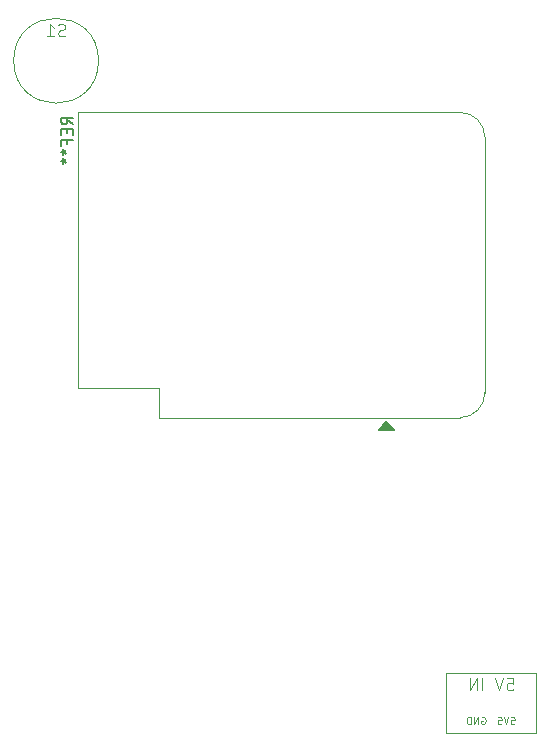
<source format=gbr>
%TF.GenerationSoftware,KiCad,Pcbnew,7.0.9+dfsg-1*%
%TF.CreationDate,2023-12-14T21:32:31+07:00*%
%TF.ProjectId,wifi,77696669-2e6b-4696-9361-645f70636258,rev?*%
%TF.SameCoordinates,Original*%
%TF.FileFunction,Legend,Bot*%
%TF.FilePolarity,Positive*%
%FSLAX46Y46*%
G04 Gerber Fmt 4.6, Leading zero omitted, Abs format (unit mm)*
G04 Created by KiCad (PCBNEW 7.0.9+dfsg-1) date 2023-12-14 21:32:31*
%MOMM*%
%LPD*%
G01*
G04 APERTURE LIST*
%ADD10C,0.150000*%
%ADD11C,0.100000*%
%ADD12C,0.120000*%
G04 APERTURE END LIST*
D10*
X139824819Y-85401666D02*
X139348628Y-85068333D01*
X139824819Y-84830238D02*
X138824819Y-84830238D01*
X138824819Y-84830238D02*
X138824819Y-85211190D01*
X138824819Y-85211190D02*
X138872438Y-85306428D01*
X138872438Y-85306428D02*
X138920057Y-85354047D01*
X138920057Y-85354047D02*
X139015295Y-85401666D01*
X139015295Y-85401666D02*
X139158152Y-85401666D01*
X139158152Y-85401666D02*
X139253390Y-85354047D01*
X139253390Y-85354047D02*
X139301009Y-85306428D01*
X139301009Y-85306428D02*
X139348628Y-85211190D01*
X139348628Y-85211190D02*
X139348628Y-84830238D01*
X139301009Y-85830238D02*
X139301009Y-86163571D01*
X139824819Y-86306428D02*
X139824819Y-85830238D01*
X139824819Y-85830238D02*
X138824819Y-85830238D01*
X138824819Y-85830238D02*
X138824819Y-86306428D01*
X139301009Y-87068333D02*
X139301009Y-86735000D01*
X139824819Y-86735000D02*
X138824819Y-86735000D01*
X138824819Y-86735000D02*
X138824819Y-87211190D01*
X138824819Y-87735000D02*
X139062914Y-87735000D01*
X138967676Y-87496905D02*
X139062914Y-87735000D01*
X139062914Y-87735000D02*
X138967676Y-87973095D01*
X139253390Y-87592143D02*
X139062914Y-87735000D01*
X139062914Y-87735000D02*
X139253390Y-87877857D01*
X138824819Y-88496905D02*
X139062914Y-88496905D01*
X138967676Y-88258810D02*
X139062914Y-88496905D01*
X139062914Y-88496905D02*
X138967676Y-88735000D01*
X139253390Y-88354048D02*
X139062914Y-88496905D01*
X139062914Y-88496905D02*
X139253390Y-88639762D01*
D11*
X176593333Y-132307419D02*
X177069523Y-132307419D01*
X177069523Y-132307419D02*
X177117142Y-132783609D01*
X177117142Y-132783609D02*
X177069523Y-132735990D01*
X177069523Y-132735990D02*
X176974285Y-132688371D01*
X176974285Y-132688371D02*
X176736190Y-132688371D01*
X176736190Y-132688371D02*
X176640952Y-132735990D01*
X176640952Y-132735990D02*
X176593333Y-132783609D01*
X176593333Y-132783609D02*
X176545714Y-132878847D01*
X176545714Y-132878847D02*
X176545714Y-133116942D01*
X176545714Y-133116942D02*
X176593333Y-133212180D01*
X176593333Y-133212180D02*
X176640952Y-133259800D01*
X176640952Y-133259800D02*
X176736190Y-133307419D01*
X176736190Y-133307419D02*
X176974285Y-133307419D01*
X176974285Y-133307419D02*
X177069523Y-133259800D01*
X177069523Y-133259800D02*
X177117142Y-133212180D01*
X176259999Y-132307419D02*
X175926666Y-133307419D01*
X175926666Y-133307419D02*
X175593333Y-132307419D01*
X174498094Y-133307419D02*
X174498094Y-132307419D01*
X174021904Y-133307419D02*
X174021904Y-132307419D01*
X174021904Y-132307419D02*
X173450476Y-133307419D01*
X173450476Y-133307419D02*
X173450476Y-132307419D01*
X176900000Y-135562371D02*
X177185714Y-135562371D01*
X177185714Y-135562371D02*
X177214286Y-135848085D01*
X177214286Y-135848085D02*
X177185714Y-135819514D01*
X177185714Y-135819514D02*
X177128572Y-135790942D01*
X177128572Y-135790942D02*
X176985714Y-135790942D01*
X176985714Y-135790942D02*
X176928572Y-135819514D01*
X176928572Y-135819514D02*
X176900000Y-135848085D01*
X176900000Y-135848085D02*
X176871429Y-135905228D01*
X176871429Y-135905228D02*
X176871429Y-136048085D01*
X176871429Y-136048085D02*
X176900000Y-136105228D01*
X176900000Y-136105228D02*
X176928572Y-136133800D01*
X176928572Y-136133800D02*
X176985714Y-136162371D01*
X176985714Y-136162371D02*
X177128572Y-136162371D01*
X177128572Y-136162371D02*
X177185714Y-136133800D01*
X177185714Y-136133800D02*
X177214286Y-136105228D01*
X176700000Y-135562371D02*
X176500000Y-136162371D01*
X176500000Y-136162371D02*
X176300000Y-135562371D01*
X175814285Y-135562371D02*
X176099999Y-135562371D01*
X176099999Y-135562371D02*
X176128571Y-135848085D01*
X176128571Y-135848085D02*
X176099999Y-135819514D01*
X176099999Y-135819514D02*
X176042857Y-135790942D01*
X176042857Y-135790942D02*
X175899999Y-135790942D01*
X175899999Y-135790942D02*
X175842857Y-135819514D01*
X175842857Y-135819514D02*
X175814285Y-135848085D01*
X175814285Y-135848085D02*
X175785714Y-135905228D01*
X175785714Y-135905228D02*
X175785714Y-136048085D01*
X175785714Y-136048085D02*
X175814285Y-136105228D01*
X175814285Y-136105228D02*
X175842857Y-136133800D01*
X175842857Y-136133800D02*
X175899999Y-136162371D01*
X175899999Y-136162371D02*
X176042857Y-136162371D01*
X176042857Y-136162371D02*
X176099999Y-136133800D01*
X176099999Y-136133800D02*
X176128571Y-136105228D01*
X174417142Y-135590942D02*
X174474285Y-135562371D01*
X174474285Y-135562371D02*
X174559999Y-135562371D01*
X174559999Y-135562371D02*
X174645713Y-135590942D01*
X174645713Y-135590942D02*
X174702856Y-135648085D01*
X174702856Y-135648085D02*
X174731427Y-135705228D01*
X174731427Y-135705228D02*
X174759999Y-135819514D01*
X174759999Y-135819514D02*
X174759999Y-135905228D01*
X174759999Y-135905228D02*
X174731427Y-136019514D01*
X174731427Y-136019514D02*
X174702856Y-136076657D01*
X174702856Y-136076657D02*
X174645713Y-136133800D01*
X174645713Y-136133800D02*
X174559999Y-136162371D01*
X174559999Y-136162371D02*
X174502856Y-136162371D01*
X174502856Y-136162371D02*
X174417142Y-136133800D01*
X174417142Y-136133800D02*
X174388570Y-136105228D01*
X174388570Y-136105228D02*
X174388570Y-135905228D01*
X174388570Y-135905228D02*
X174502856Y-135905228D01*
X174131427Y-136162371D02*
X174131427Y-135562371D01*
X174131427Y-135562371D02*
X173788570Y-136162371D01*
X173788570Y-136162371D02*
X173788570Y-135562371D01*
X173502856Y-136162371D02*
X173502856Y-135562371D01*
X173502856Y-135562371D02*
X173359999Y-135562371D01*
X173359999Y-135562371D02*
X173274285Y-135590942D01*
X173274285Y-135590942D02*
X173217142Y-135648085D01*
X173217142Y-135648085D02*
X173188571Y-135705228D01*
X173188571Y-135705228D02*
X173159999Y-135819514D01*
X173159999Y-135819514D02*
X173159999Y-135905228D01*
X173159999Y-135905228D02*
X173188571Y-136019514D01*
X173188571Y-136019514D02*
X173217142Y-136076657D01*
X173217142Y-136076657D02*
X173274285Y-136133800D01*
X173274285Y-136133800D02*
X173359999Y-136162371D01*
X173359999Y-136162371D02*
X173502856Y-136162371D01*
X139161904Y-77879800D02*
X139019047Y-77927419D01*
X139019047Y-77927419D02*
X138780952Y-77927419D01*
X138780952Y-77927419D02*
X138685714Y-77879800D01*
X138685714Y-77879800D02*
X138638095Y-77832180D01*
X138638095Y-77832180D02*
X138590476Y-77736942D01*
X138590476Y-77736942D02*
X138590476Y-77641704D01*
X138590476Y-77641704D02*
X138638095Y-77546466D01*
X138638095Y-77546466D02*
X138685714Y-77498847D01*
X138685714Y-77498847D02*
X138780952Y-77451228D01*
X138780952Y-77451228D02*
X138971428Y-77403609D01*
X138971428Y-77403609D02*
X139066666Y-77355990D01*
X139066666Y-77355990D02*
X139114285Y-77308371D01*
X139114285Y-77308371D02*
X139161904Y-77213133D01*
X139161904Y-77213133D02*
X139161904Y-77117895D01*
X139161904Y-77117895D02*
X139114285Y-77022657D01*
X139114285Y-77022657D02*
X139066666Y-76975038D01*
X139066666Y-76975038D02*
X138971428Y-76927419D01*
X138971428Y-76927419D02*
X138733333Y-76927419D01*
X138733333Y-76927419D02*
X138590476Y-76975038D01*
X137638095Y-77927419D02*
X138209523Y-77927419D01*
X137923809Y-77927419D02*
X137923809Y-76927419D01*
X137923809Y-76927419D02*
X138019047Y-77070276D01*
X138019047Y-77070276D02*
X138114285Y-77165514D01*
X138114285Y-77165514D02*
X138209523Y-77213133D01*
D12*
%TO.C,REF\u002A\u002A*%
X147150000Y-110235000D02*
X172580000Y-110235000D01*
X147150000Y-110235000D02*
X147150000Y-107695000D01*
X140250000Y-107695000D02*
X140250000Y-84375000D01*
X147150000Y-107695000D02*
X140250000Y-107695000D01*
X174710000Y-86495000D02*
X174710000Y-108105000D01*
X140250000Y-84375000D02*
X172580000Y-84375000D01*
X172580000Y-110235000D02*
G75*
G03*
X174710000Y-108105000I-2J2130002D01*
G01*
X174710000Y-86505000D02*
G75*
G03*
X172580000Y-84375000I-2130000J0D01*
G01*
D10*
X167005000Y-111275000D02*
X165735000Y-111275000D01*
X166370000Y-110640000D01*
X167005000Y-111275000D01*
G36*
X167005000Y-111275000D02*
G01*
X165735000Y-111275000D01*
X166370000Y-110640000D01*
X167005000Y-111275000D01*
G37*
D11*
%TO.C,5V IN*%
X179040000Y-136890000D02*
X179040000Y-131810000D01*
X179040000Y-131810000D02*
X171420000Y-131810000D01*
X171420000Y-136890000D02*
X179040000Y-136890000D01*
X171420000Y-131810000D02*
X171420000Y-136890000D01*
%TO.C,S1*%
X141992102Y-80010000D02*
G75*
G03*
X141992102Y-80010000I-3592102J0D01*
G01*
%TD*%
M02*

</source>
